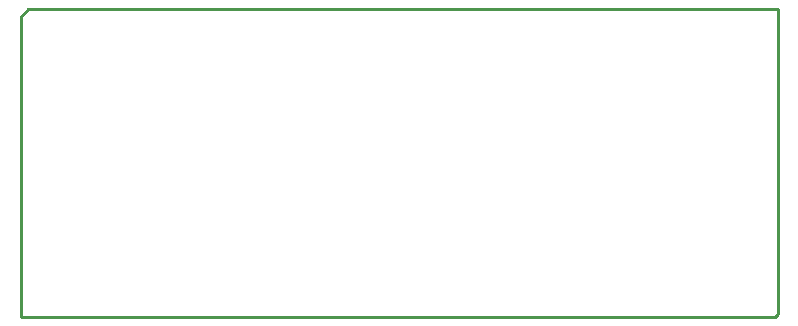
<source format=gko>
%FSLAX25Y25*%
%MOIN*%
G70*
G01*
G75*
G04 Layer_Color=16711935*
%ADD10C,0.02000*%
%ADD11C,0.01200*%
%ADD12C,0.03000*%
%ADD13R,0.06000X0.06000*%
%ADD14R,0.06496X0.11201*%
%ADD15O,0.05906X0.01654*%
%ADD16R,0.05906X0.01654*%
%ADD17C,0.01000*%
%ADD18C,0.01500*%
%ADD19R,0.05906X0.05906*%
%ADD20C,0.05906*%
%ADD21R,0.04724X0.04724*%
%ADD22C,0.04724*%
%ADD23R,0.05906X0.05906*%
%ADD24R,0.01598X0.04724*%
%ADD25O,0.01598X0.04724*%
%ADD26C,0.00787*%
%ADD27C,0.00591*%
%ADD28R,0.06800X0.06800*%
%ADD29R,0.07296X0.12001*%
%ADD30O,0.06706X0.02454*%
%ADD31R,0.06706X0.02454*%
%ADD32R,0.06706X0.06706*%
%ADD33C,0.06706*%
%ADD34R,0.05524X0.05524*%
%ADD35C,0.05524*%
%ADD36R,0.06706X0.06706*%
%ADD37R,0.02398X0.05524*%
%ADD38O,0.02398X0.05524*%
D17*
X112500Y382000D02*
Y385000D01*
Y382000D02*
X364000D01*
X365000Y383000D01*
Y484500D01*
X115000D02*
X365000D01*
X112500Y482000D02*
X115000Y484500D01*
X112500Y385000D02*
Y482000D01*
M02*

</source>
